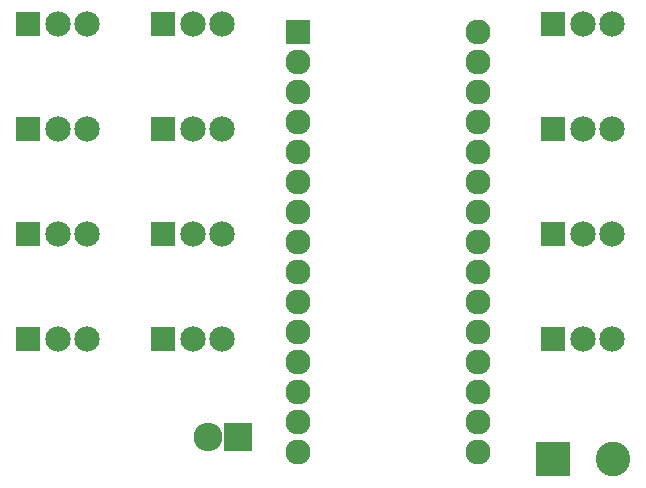
<source format=gbr>
G04 #@! TF.FileFunction,Soldermask,Top*
%FSLAX46Y46*%
G04 Gerber Fmt 4.6, Leading zero omitted, Abs format (unit mm)*
G04 Created by KiCad (PCBNEW 4.0.2+e4-6225~38~ubuntu15.04.1-stable) date zo 17 jul 2016 23:00:48 CEST*
%MOMM*%
G01*
G04 APERTURE LIST*
%ADD10C,0.100000*%
%ADD11R,2.127200X2.127200*%
%ADD12C,2.127200*%
%ADD13R,2.150000X2.150000*%
%ADD14C,2.150000*%
%ADD15R,2.432000X2.432000*%
%ADD16O,2.432000X2.432000*%
%ADD17R,2.940000X2.940000*%
%ADD18C,2.940000*%
G04 APERTURE END LIST*
D10*
D11*
X141605000Y-86995000D03*
D12*
X141605000Y-89535000D03*
X141605000Y-92075000D03*
X141605000Y-94615000D03*
X141605000Y-97155000D03*
X141605000Y-99695000D03*
X141605000Y-102235000D03*
X141605000Y-104775000D03*
X141605000Y-107315000D03*
X141605000Y-109855000D03*
X141605000Y-112395000D03*
X141605000Y-114935000D03*
X141605000Y-117475000D03*
X141605000Y-120015000D03*
X141605000Y-122555000D03*
X156845000Y-122555000D03*
X156845000Y-120015000D03*
X156845000Y-117475000D03*
X156845000Y-114935000D03*
X156845000Y-112395000D03*
X156845000Y-109855000D03*
X156845000Y-107315000D03*
X156845000Y-104775000D03*
X156845000Y-102235000D03*
X156845000Y-99695000D03*
X156845000Y-97155000D03*
X156845000Y-94615000D03*
X156845000Y-92075000D03*
X156845000Y-89535000D03*
X156845000Y-86995000D03*
D13*
X130175000Y-86360000D03*
D14*
X132675000Y-86360000D03*
X135175000Y-86360000D03*
D13*
X118745000Y-86360000D03*
D14*
X121245000Y-86360000D03*
X123745000Y-86360000D03*
D13*
X130175000Y-95250000D03*
D14*
X132675000Y-95250000D03*
X135175000Y-95250000D03*
D13*
X118745000Y-95250000D03*
D14*
X121245000Y-95250000D03*
X123745000Y-95250000D03*
D13*
X130175000Y-104140000D03*
D14*
X132675000Y-104140000D03*
X135175000Y-104140000D03*
D13*
X118745000Y-104140000D03*
D14*
X121245000Y-104140000D03*
X123745000Y-104140000D03*
D13*
X130175000Y-113030000D03*
D14*
X132675000Y-113030000D03*
X135175000Y-113030000D03*
D13*
X118745000Y-113030000D03*
D14*
X121245000Y-113030000D03*
X123745000Y-113030000D03*
D15*
X136525000Y-121285000D03*
D16*
X133985000Y-121285000D03*
D13*
X163195000Y-113030000D03*
D14*
X165695000Y-113030000D03*
X168195000Y-113030000D03*
D13*
X163195000Y-104140000D03*
D14*
X165695000Y-104140000D03*
X168195000Y-104140000D03*
D13*
X163195000Y-95250000D03*
D14*
X165695000Y-95250000D03*
X168195000Y-95250000D03*
D13*
X163195000Y-86360000D03*
D14*
X165695000Y-86360000D03*
X168195000Y-86360000D03*
D17*
X163195000Y-123190000D03*
D18*
X168275000Y-123190000D03*
M02*

</source>
